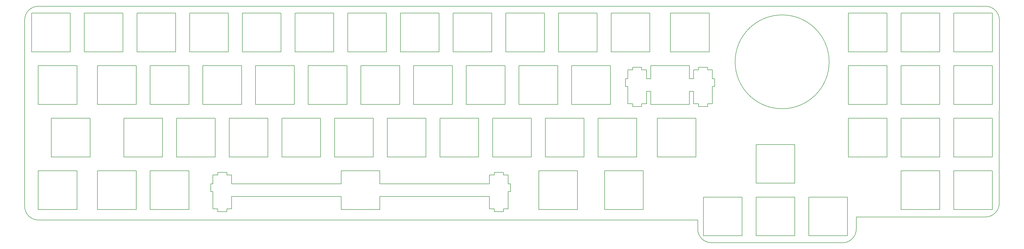
<source format=gbr>
%TF.GenerationSoftware,KiCad,Pcbnew,7.0.1*%
%TF.CreationDate,2023-04-16T01:13:18-07:00*%
%TF.ProjectId,switchplate,73776974-6368-4706-9c61-74652e6b6963,rev?*%
%TF.SameCoordinates,Original*%
%TF.FileFunction,Profile,NP*%
%FSLAX46Y46*%
G04 Gerber Fmt 4.6, Leading zero omitted, Abs format (unit mm)*
G04 Created by KiCad (PCBNEW 7.0.1) date 2023-04-16 01:13:18*
%MOMM*%
%LPD*%
G01*
G04 APERTURE LIST*
%TA.AperFunction,Profile*%
%ADD10C,0.188976*%
%TD*%
%TA.AperFunction,Profile*%
%ADD11C,0.200000*%
%TD*%
%TA.AperFunction,Profile*%
%ADD12C,0.150000*%
%TD*%
G04 APERTURE END LIST*
D10*
X157805995Y-103709002D02*
X143805995Y-103709002D01*
X105419002Y-79609002D02*
X105419002Y-65609003D01*
X186380992Y-84659003D02*
X172380992Y-84659003D01*
X324493999Y-98659003D02*
X324493999Y-84659003D01*
X-6500002Y-98659003D02*
X-6500002Y-84659003D01*
X89036998Y-132059001D02*
X89036998Y-136759006D01*
X174475002Y-136759006D02*
X174475002Y-122759006D01*
D11*
X-20400387Y-140590000D02*
X217950000Y-140590000D01*
D10*
X272393993Y-98659003D02*
X286393993Y-98659003D01*
X124755992Y-103709002D02*
X124755992Y-117709002D01*
X129518993Y-65609003D02*
X129518993Y-79609002D01*
X42661998Y-124229007D02*
X42661998Y-127459002D01*
X72368000Y-65609003D02*
X72368000Y-79609002D01*
X286393993Y-79609002D02*
X286393993Y-65609003D01*
X258105998Y-146283999D02*
X272105998Y-146283999D01*
X222100002Y-79609002D02*
X222100002Y-65609003D01*
X305444011Y-98659003D02*
X305444011Y-84659003D01*
X144387004Y-137509006D02*
X147686992Y-137509006D01*
X174475002Y-122759006D02*
X160475002Y-122759006D01*
X197706005Y-85209002D02*
X194406002Y-85209002D01*
X-6500002Y-136759006D02*
X-6500002Y-122759006D01*
D11*
X270278256Y-148838300D02*
G75*
G03*
X275280000Y-143838255I1744J5000000D01*
G01*
D10*
X-3831002Y-65609003D02*
X-3831002Y-79609002D01*
X208100002Y-65609003D02*
X208100002Y-79609002D01*
X162568996Y-79609002D02*
X162568996Y-65609003D01*
X218206005Y-86129003D02*
X216480998Y-86129003D01*
X199430995Y-98429004D02*
X199430995Y-93959002D01*
X62555995Y-103709002D02*
X48555995Y-103709002D01*
X191855998Y-92159003D02*
X192680995Y-92159003D01*
X162855998Y-117709002D02*
X176855998Y-117709002D01*
X86368000Y-65609003D02*
X72368000Y-65609003D01*
X253056011Y-127234004D02*
X253056011Y-113234004D01*
X324493999Y-103709002D02*
X310493999Y-103709002D01*
X14930999Y-136759006D02*
X14930999Y-122759006D01*
X19980998Y-136759006D02*
X33980998Y-136759006D01*
X105419002Y-65609003D02*
X91417995Y-65609003D01*
X272393993Y-103709002D02*
X272393993Y-117709002D01*
X310493999Y-84659003D02*
X310493999Y-98659003D01*
X218206005Y-99409003D02*
X221505992Y-99409003D01*
X197706005Y-86129003D02*
X197706005Y-85209002D01*
X162855998Y-103709002D02*
X162855998Y-117709002D01*
X91131000Y-98659003D02*
X91131000Y-84659003D01*
X-6500002Y-84659003D02*
X-20500002Y-84659003D01*
X291444011Y-79609002D02*
X305444011Y-79609002D01*
X103036998Y-127459002D02*
X103036998Y-122759006D01*
X-15738002Y-117709002D02*
X-1738001Y-117709002D01*
X194406002Y-99409003D02*
X197706005Y-99409003D01*
X153331005Y-98659003D02*
X167331005Y-98659003D01*
X305444011Y-117709002D02*
X305444011Y-103709002D01*
X214956005Y-84659003D02*
X200956005Y-84659003D01*
X103036998Y-122759006D02*
X89036998Y-122759006D01*
X162568996Y-65609003D02*
X148568996Y-65609003D01*
X41837001Y-127459002D02*
X41837001Y-130259006D01*
X53318996Y-65609003D02*
X53318996Y-79609002D01*
X110469005Y-65609003D02*
X110469005Y-79609002D01*
X19980998Y-122759006D02*
X19980998Y-136759006D01*
X105706005Y-103709002D02*
X105706005Y-117709002D01*
X15218997Y-79609002D02*
X29218997Y-79609002D01*
X216480998Y-86129003D02*
X216480998Y-89359002D01*
X24455997Y-103709002D02*
X10455997Y-103709002D01*
X-1738001Y-103709002D02*
X-15738002Y-103709002D01*
X272105998Y-146283999D02*
X272105998Y-132283999D01*
X144387004Y-124229007D02*
X142661998Y-124229007D01*
X86656002Y-103709002D02*
X86656002Y-117709002D01*
X142661998Y-124229007D02*
X142661998Y-127459002D01*
X149411998Y-136529002D02*
X149411998Y-130259006D01*
X181906002Y-117709002D02*
X195906002Y-117709002D01*
X-22881002Y-79609002D02*
X-8881003Y-79609002D01*
X10455997Y-117709002D02*
X24455997Y-117709002D01*
X208100002Y-79609002D02*
X222100002Y-79609002D01*
X291444011Y-103709002D02*
X291444011Y-117709002D01*
X48555995Y-117709002D02*
X62555995Y-117709002D01*
X-8881003Y-65609003D02*
X-22881002Y-65609003D01*
X67605998Y-117709002D02*
X81605998Y-117709002D01*
X223230998Y-98429004D02*
X223230998Y-92159003D01*
X138755992Y-117709002D02*
X138755992Y-103709002D01*
X198286998Y-122759006D02*
X184286998Y-122759006D01*
X324493999Y-122759006D02*
X310493999Y-122759006D01*
X44386997Y-136529002D02*
X44386997Y-137509006D01*
X72080997Y-98659003D02*
X72080997Y-84659003D01*
X234005992Y-132283999D02*
X220005992Y-132283999D01*
X48555995Y-103709002D02*
X48555995Y-117709002D01*
X223230998Y-86129003D02*
X221505992Y-86129003D01*
X39031002Y-84659003D02*
X39031002Y-98659003D01*
X129518993Y-79609002D02*
X143518993Y-79609002D01*
X62555995Y-117709002D02*
X62555995Y-103709002D01*
X143805995Y-117709002D02*
X157805995Y-117709002D01*
X286393993Y-98659003D02*
X286393993Y-84659003D01*
X149411998Y-127459002D02*
X149411998Y-124229007D01*
X198286998Y-136759006D02*
X198286998Y-122759006D01*
X10168998Y-79609002D02*
X10168998Y-65609003D01*
X272393993Y-79609002D02*
X286393993Y-79609002D01*
X214956005Y-93959002D02*
X216480998Y-93959002D01*
X86656002Y-117709002D02*
X100656002Y-117709002D01*
X49411998Y-127459002D02*
X49411998Y-124229007D01*
X310493999Y-79609002D02*
X324493999Y-79609002D01*
X324493999Y-84659003D02*
X310493999Y-84659003D01*
X192680995Y-92159003D02*
X192680995Y-98429004D01*
D12*
X265473998Y-83244003D02*
G75*
G03*
X265473998Y-83244003I-17000000J0D01*
G01*
D10*
X43506000Y-103709002D02*
X29505996Y-103709002D01*
X291444011Y-84659003D02*
X291444011Y-98659003D01*
X197706005Y-99409003D02*
X197706005Y-98429004D01*
X89036998Y-127459002D02*
X49411998Y-127459002D01*
X199430995Y-89359002D02*
X199430995Y-86129003D01*
X239056011Y-132283999D02*
X239056011Y-146283999D01*
X-15738002Y-103709002D02*
X-15738002Y-117709002D01*
X29505996Y-103709002D02*
X29505996Y-117709002D01*
X33980998Y-136759006D02*
X33980998Y-122759006D01*
X81605998Y-117709002D02*
X81605998Y-103709002D01*
X253056011Y-113234004D02*
X239056011Y-113234004D01*
X53318996Y-79609002D02*
X67318996Y-79609002D01*
X148568996Y-79609002D02*
X162568996Y-79609002D01*
X234005992Y-146283999D02*
X234005992Y-132283999D01*
X110180995Y-98659003D02*
X110180995Y-84659003D01*
X217949956Y-143821744D02*
G75*
G03*
X222948256Y-148821744I5000044J44D01*
G01*
X191855998Y-89359002D02*
X191855998Y-92159003D01*
X42661998Y-127459002D02*
X41837001Y-127459002D01*
X160475002Y-122759006D02*
X160475002Y-136759006D01*
X239056011Y-127234004D02*
X253056011Y-127234004D01*
X150236995Y-127459002D02*
X149411998Y-127459002D01*
X291444011Y-117709002D02*
X305444011Y-117709002D01*
X194406002Y-85209002D02*
X194406002Y-86129003D01*
X48269001Y-65609003D02*
X34269001Y-65609003D01*
X239056011Y-146283999D02*
X253056011Y-146283999D01*
X96180995Y-84659003D02*
X96180995Y-98659003D01*
X194406002Y-86129003D02*
X192680995Y-86129003D01*
X143518993Y-79609002D02*
X143518993Y-65609003D01*
X89036998Y-122759006D02*
X89036998Y-127459002D01*
X47687000Y-124229007D02*
X47687000Y-123308001D01*
X24455997Y-117709002D02*
X24455997Y-103709002D01*
X143805995Y-103709002D02*
X143805995Y-117709002D01*
X-22881002Y-65609003D02*
X-22881002Y-79609002D01*
X91417995Y-79609002D02*
X105419002Y-79609002D01*
X147686992Y-136529002D02*
X149411998Y-136529002D01*
X216480998Y-98429004D02*
X218206005Y-98429004D01*
X47687000Y-123308001D02*
X44386997Y-123308001D01*
X81605998Y-103709002D02*
X67605998Y-103709002D01*
X291444011Y-122759006D02*
X291444011Y-136759006D01*
X176855998Y-103709002D02*
X162855998Y-103709002D01*
X272393993Y-117709002D02*
X286393993Y-117709002D01*
X272105998Y-132283999D02*
X258105998Y-132283999D01*
X930997Y-136759006D02*
X14930999Y-136759006D01*
X148281002Y-84659003D02*
X134281002Y-84659003D01*
X148281002Y-98659003D02*
X148281002Y-84659003D01*
X110180995Y-84659003D02*
X96180995Y-84659003D01*
X272393993Y-84659003D02*
X272393993Y-98659003D01*
X29218997Y-79609002D02*
X29218997Y-65609003D01*
X44386997Y-137509006D02*
X47687000Y-137509006D01*
X222100002Y-65609003D02*
X208100002Y-65609003D01*
X157805995Y-117709002D02*
X157805995Y-103709002D01*
X72368000Y-79609002D02*
X86368000Y-79609002D01*
X-6500002Y-122759006D02*
X-20500002Y-122759006D01*
X181618999Y-79609002D02*
X181618999Y-65609003D01*
X42661998Y-130259006D02*
X42661998Y-136529002D01*
X138755992Y-103709002D02*
X124755992Y-103709002D01*
X144387004Y-123308001D02*
X144387004Y-124229007D01*
X34269001Y-65609003D02*
X34269001Y-79609002D01*
X49411998Y-124229007D02*
X47687000Y-124229007D01*
X100656002Y-117709002D02*
X100656002Y-103709002D01*
X195906002Y-117709002D02*
X195906002Y-103709002D01*
X324493999Y-117709002D02*
X324493999Y-103709002D01*
D11*
X275280000Y-143838255D02*
X275280000Y-139480000D01*
D10*
X186380992Y-98659003D02*
X186380992Y-84659003D01*
X149411998Y-124229007D02*
X147686992Y-124229007D01*
X115230998Y-98659003D02*
X129230998Y-98659003D01*
X214956005Y-89359002D02*
X214956005Y-84659003D01*
X124755992Y-117709002D02*
X138755992Y-117709002D01*
X200956005Y-84659003D02*
X200956005Y-89359002D01*
X194406002Y-98429004D02*
X194406002Y-99409003D01*
X203337001Y-103709002D02*
X203337001Y-117709002D01*
X-20405615Y-63084003D02*
G75*
G03*
X-25405615Y-68084390I0J-5000000D01*
G01*
X134281002Y-98659003D02*
X148281002Y-98659003D01*
X200956005Y-93959002D02*
X200956005Y-98659003D01*
X327017381Y-68086621D02*
X326982617Y-134482618D01*
X144387004Y-136529002D02*
X144387004Y-137509006D01*
X142661998Y-127459002D02*
X103036998Y-127459002D01*
X147686992Y-124229007D02*
X147686992Y-123308001D01*
X-20500002Y-136759006D02*
X-6500002Y-136759006D01*
X253056011Y-132283999D02*
X239056011Y-132283999D01*
X48269001Y-79609002D02*
X48269001Y-65609003D01*
X29505996Y-117709002D02*
X43506000Y-117709002D01*
X286393993Y-103709002D02*
X272393993Y-103709002D01*
X186669002Y-65609003D02*
X186669002Y-79609002D01*
X10455997Y-103709002D02*
X10455997Y-117709002D01*
X49411998Y-132059001D02*
X89036998Y-132059001D01*
X100656002Y-103709002D02*
X86656002Y-103709002D01*
X200669002Y-65609003D02*
X186669002Y-65609003D01*
X222948256Y-148821744D02*
X270278256Y-148838255D01*
X58080997Y-84659003D02*
X58080997Y-98659003D01*
X19980998Y-98659003D02*
X33980998Y-98659003D01*
X310493999Y-122759006D02*
X310493999Y-136759006D01*
X176855998Y-117709002D02*
X176855998Y-103709002D01*
X272393993Y-65609003D02*
X272393993Y-79609002D01*
X310493999Y-103709002D02*
X310493999Y-117709002D01*
X119706005Y-103709002D02*
X105706005Y-103709002D01*
X110469005Y-79609002D02*
X124469005Y-79609002D01*
X39031002Y-98659003D02*
X53031002Y-98659003D01*
X291444011Y-65609003D02*
X291444011Y-79609002D01*
X192680995Y-89359002D02*
X191855998Y-89359002D01*
X103036998Y-136759006D02*
X103036998Y-132059001D01*
X184286998Y-122759006D02*
X184286998Y-136759006D01*
X129230998Y-84659003D02*
X115230998Y-84659003D01*
X29218997Y-65609003D02*
X15218997Y-65609003D01*
X195906002Y-103709002D02*
X181906002Y-103709002D01*
X72080997Y-84659003D02*
X58080997Y-84659003D01*
X147686992Y-123308001D02*
X144387004Y-123308001D01*
X-20405615Y-63084003D02*
X322017381Y-63084003D01*
X216480998Y-93959002D02*
X216480998Y-98429004D01*
X143518993Y-65609003D02*
X129518993Y-65609003D01*
X124469005Y-65609003D02*
X110469005Y-65609003D01*
X224055995Y-89359002D02*
X223230998Y-89359002D01*
X-1738001Y-117709002D02*
X-1738001Y-103709002D01*
X53031002Y-84659003D02*
X39031002Y-84659003D01*
X224055995Y-92159003D02*
X224055995Y-89359002D01*
X119706005Y-117709002D02*
X119706005Y-103709002D01*
X286393993Y-117709002D02*
X286393993Y-103709002D01*
X-20500002Y-84659003D02*
X-20500002Y-98659003D01*
X172380992Y-84659003D02*
X172380992Y-98659003D01*
X167331005Y-84659003D02*
X153331005Y-84659003D01*
X327017396Y-68086621D02*
G75*
G03*
X322017381Y-63084003I-4999996J2621D01*
G01*
X258105998Y-132283999D02*
X258105998Y-146283999D01*
X310493999Y-136759006D02*
X324493999Y-136759006D01*
X15218997Y-65609003D02*
X15218997Y-79609002D01*
X134281002Y-84659003D02*
X134281002Y-98659003D01*
X203337001Y-117709002D02*
X217337001Y-117709002D01*
X291444011Y-136759006D02*
X305444011Y-136759006D01*
X33980998Y-98659003D02*
X33980998Y-84659003D01*
X186669002Y-79609002D02*
X200669002Y-79609002D01*
X86368000Y-79609002D02*
X86368000Y-65609003D01*
X115230998Y-84659003D02*
X115230998Y-98659003D01*
X221505992Y-99409003D02*
X221505992Y-98429004D01*
X305444011Y-103709002D02*
X291444011Y-103709002D01*
X67605998Y-103709002D02*
X67605998Y-117709002D01*
X192680995Y-98429004D02*
X194406002Y-98429004D01*
X-3831002Y-79609002D02*
X10168998Y-79609002D01*
X217337001Y-103709002D02*
X203337001Y-103709002D01*
X200956005Y-98659003D02*
X214956005Y-98659003D01*
X47687000Y-137509006D02*
X47687000Y-136529002D01*
X220005992Y-132283999D02*
X220005992Y-146283999D01*
X44386997Y-123308001D02*
X44386997Y-124229007D01*
X149411998Y-130259006D02*
X150236995Y-130259006D01*
X305444011Y-122759006D02*
X291444011Y-122759006D01*
X96180995Y-98659003D02*
X110180995Y-98659003D01*
X172380992Y-98659003D02*
X186380992Y-98659003D01*
X199430995Y-86129003D02*
X197706005Y-86129003D01*
X214956005Y-98659003D02*
X214956005Y-93959002D01*
X310493999Y-117709002D02*
X324493999Y-117709002D01*
X930997Y-84659003D02*
X930997Y-98659003D01*
D11*
X-25400387Y-135590387D02*
X-25405615Y-68084390D01*
D10*
X930997Y-122759006D02*
X930997Y-136759006D01*
X43506000Y-117709002D02*
X43506000Y-103709002D01*
X930997Y-98659003D02*
X14930999Y-98659003D01*
X184286998Y-136759006D02*
X198286998Y-136759006D01*
X49411998Y-136529002D02*
X49411998Y-132059001D01*
X77131000Y-98659003D02*
X91131000Y-98659003D01*
X58080997Y-98659003D02*
X72080997Y-98659003D01*
X167618999Y-79609002D02*
X181618999Y-79609002D01*
X321982617Y-139480017D02*
G75*
G03*
X326982616Y-134482618I-17J5000017D01*
G01*
X-20500002Y-98659003D02*
X-6500002Y-98659003D01*
X14930999Y-84659003D02*
X930997Y-84659003D01*
D11*
X275280000Y-139480000D02*
X321982617Y-139480000D01*
D10*
X239056011Y-113234004D02*
X239056011Y-127234004D01*
X221505992Y-98429004D02*
X223230998Y-98429004D01*
X200956005Y-89359002D02*
X199430995Y-89359002D01*
X44386997Y-124229007D02*
X42661998Y-124229007D01*
X67318996Y-65609003D02*
X53318996Y-65609003D01*
X324493999Y-79609002D02*
X324493999Y-65609003D01*
X77131000Y-84659003D02*
X77131000Y-98659003D01*
X291444011Y-98659003D02*
X305444011Y-98659003D01*
X305444011Y-65609003D02*
X291444011Y-65609003D01*
X41837001Y-130259006D02*
X42661998Y-130259006D01*
X305444011Y-84659003D02*
X291444011Y-84659003D01*
X305444011Y-79609002D02*
X305444011Y-65609003D01*
X148568996Y-65609003D02*
X148568996Y-79609002D01*
X216480998Y-89359002D02*
X214956005Y-89359002D01*
X10168998Y-65609003D02*
X-3831002Y-65609003D01*
D11*
X217950000Y-140590000D02*
X217950000Y-143821744D01*
D10*
X324493999Y-136759006D02*
X324493999Y-122759006D01*
X223230998Y-89359002D02*
X223230998Y-86129003D01*
X34269001Y-79609002D02*
X48269001Y-79609002D01*
X142661998Y-132059001D02*
X142661998Y-136529002D01*
X310493999Y-65609003D02*
X310493999Y-79609002D01*
X150236995Y-130259006D02*
X150236995Y-127459002D01*
X-8881003Y-79609002D02*
X-8881003Y-65609003D01*
X310493999Y-98659003D02*
X324493999Y-98659003D01*
X91131000Y-84659003D02*
X77131000Y-84659003D01*
X221505992Y-85209002D02*
X218206005Y-85209002D01*
X33980998Y-122759006D02*
X19980998Y-122759006D01*
X181618999Y-65609003D02*
X167618999Y-65609003D01*
X124469005Y-79609002D02*
X124469005Y-65609003D01*
X42661998Y-136529002D02*
X44386997Y-136529002D01*
X286393993Y-65609003D02*
X272393993Y-65609003D01*
X167618999Y-65609003D02*
X167618999Y-79609002D01*
X223230998Y-92159003D02*
X224055995Y-92159003D01*
X160475002Y-136759006D02*
X174475002Y-136759006D01*
X14930999Y-98659003D02*
X14930999Y-84659003D01*
X47687000Y-136529002D02*
X49411998Y-136529002D01*
X218206005Y-85209002D02*
X218206005Y-86129003D01*
X-20500002Y-122759006D02*
X-20500002Y-136759006D01*
X192680995Y-86129003D02*
X192680995Y-89359002D01*
X103036998Y-132059001D02*
X142661998Y-132059001D01*
X153331005Y-84659003D02*
X153331005Y-98659003D01*
X19980998Y-84659003D02*
X19980998Y-98659003D01*
X67318996Y-79609002D02*
X67318996Y-65609003D01*
X53031002Y-98659003D02*
X53031002Y-84659003D01*
X218206005Y-98429004D02*
X218206005Y-99409003D01*
X286393993Y-84659003D02*
X272393993Y-84659003D01*
X199430995Y-93959002D02*
X200956005Y-93959002D01*
X197706005Y-98429004D02*
X199430995Y-98429004D01*
X200669002Y-79609002D02*
X200669002Y-65609003D01*
X33980998Y-84659003D02*
X19980998Y-84659003D01*
X181906002Y-103709002D02*
X181906002Y-117709002D01*
X129230998Y-98659003D02*
X129230998Y-84659003D01*
X142661998Y-136529002D02*
X144387004Y-136529002D01*
X167331005Y-98659003D02*
X167331005Y-84659003D01*
X305444011Y-136759006D02*
X305444011Y-122759006D01*
X14930999Y-122759006D02*
X930997Y-122759006D01*
X147686992Y-137509006D02*
X147686992Y-136529002D01*
X217337001Y-117709002D02*
X217337001Y-103709002D01*
X91417995Y-65609003D02*
X91417995Y-79609002D01*
X221505992Y-86129003D02*
X221505992Y-85209002D01*
D11*
X-25400387Y-135590387D02*
G75*
G03*
X-20400387Y-140590000I5000000J387D01*
G01*
D10*
X220005992Y-146283999D02*
X234005992Y-146283999D01*
X89036998Y-136759006D02*
X103036998Y-136759006D01*
X253056011Y-146283999D02*
X253056011Y-132283999D01*
X324493999Y-65609003D02*
X310493999Y-65609003D01*
X105706005Y-117709002D02*
X119706005Y-117709002D01*
M02*

</source>
